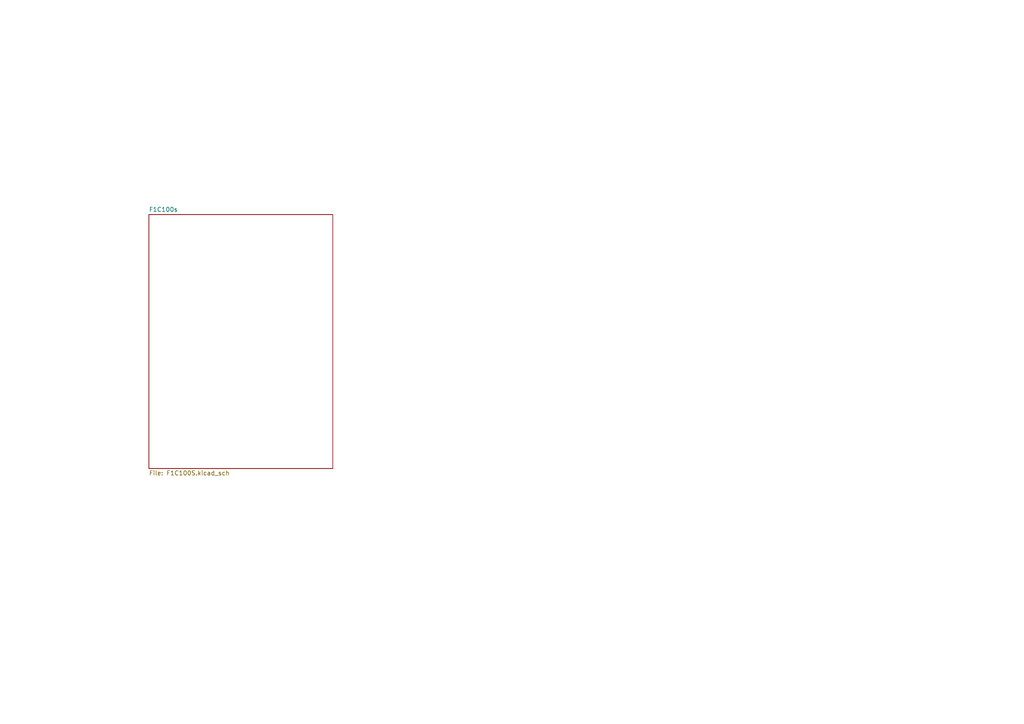
<source format=kicad_sch>
(kicad_sch (version 20230121) (generator eeschema)
  (paper "A4")
  (lib_symbols)
  (sheet (at 43.18 62.23) (size 53.34 73.66) (stroke (width 0.1524))
    (property "Sheetname" "F1C100s" (at 43.18 61.5184 0) (effects (justify left bottom)))
    (property "Sheetfile" "F1C100S.kicad_sch" (at 43.18 136.4746 0) (effects (justify left top)))
  )
)
</source>
